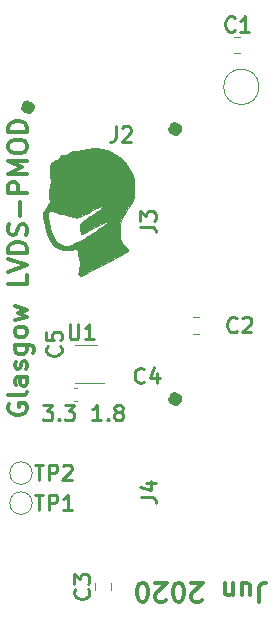
<source format=gbr>
G04 #@! TF.GenerationSoftware,KiCad,Pcbnew,5.1.6-c6e7f7d~86~ubuntu20.04.1*
G04 #@! TF.CreationDate,2020-06-28T08:51:03-07:00*
G04 #@! TF.ProjectId,glasgow-pmod,676c6173-676f-4772-9d70-6d6f642e6b69,rev?*
G04 #@! TF.SameCoordinates,PX90013c0PY44b6550*
G04 #@! TF.FileFunction,Legend,Top*
G04 #@! TF.FilePolarity,Positive*
%FSLAX46Y46*%
G04 Gerber Fmt 4.6, Leading zero omitted, Abs format (unit mm)*
G04 Created by KiCad (PCBNEW 5.1.6-c6e7f7d~86~ubuntu20.04.1) date 2020-06-28 08:51:03*
%MOMM*%
%LPD*%
G01*
G04 APERTURE LIST*
%ADD10C,0.250000*%
%ADD11C,0.300000*%
%ADD12C,0.120000*%
%ADD13C,0.010000*%
%ADD14C,1.000000*%
G04 APERTURE END LIST*
D10*
X8642857Y-34738095D02*
X7900000Y-34738095D01*
X8271428Y-34738095D02*
X8271428Y-33438095D01*
X8147619Y-33623809D01*
X8023809Y-33747619D01*
X7900000Y-33809523D01*
X9200000Y-34614285D02*
X9261904Y-34676190D01*
X9200000Y-34738095D01*
X9138095Y-34676190D01*
X9200000Y-34614285D01*
X9200000Y-34738095D01*
X10004761Y-33995238D02*
X9880952Y-33933333D01*
X9819047Y-33871428D01*
X9757142Y-33747619D01*
X9757142Y-33685714D01*
X9819047Y-33561904D01*
X9880952Y-33500000D01*
X10004761Y-33438095D01*
X10252380Y-33438095D01*
X10376190Y-33500000D01*
X10438095Y-33561904D01*
X10500000Y-33685714D01*
X10500000Y-33747619D01*
X10438095Y-33871428D01*
X10376190Y-33933333D01*
X10252380Y-33995238D01*
X10004761Y-33995238D01*
X9880952Y-34057142D01*
X9819047Y-34119047D01*
X9757142Y-34242857D01*
X9757142Y-34490476D01*
X9819047Y-34614285D01*
X9880952Y-34676190D01*
X10004761Y-34738095D01*
X10252380Y-34738095D01*
X10376190Y-34676190D01*
X10438095Y-34614285D01*
X10500000Y-34490476D01*
X10500000Y-34242857D01*
X10438095Y-34119047D01*
X10376190Y-34057142D01*
X10252380Y-33995238D01*
X3688095Y-33438095D02*
X4492857Y-33438095D01*
X4059523Y-33933333D01*
X4245238Y-33933333D01*
X4369047Y-33995238D01*
X4430952Y-34057142D01*
X4492857Y-34180952D01*
X4492857Y-34490476D01*
X4430952Y-34614285D01*
X4369047Y-34676190D01*
X4245238Y-34738095D01*
X3873809Y-34738095D01*
X3750000Y-34676190D01*
X3688095Y-34614285D01*
X5050000Y-34614285D02*
X5111904Y-34676190D01*
X5050000Y-34738095D01*
X4988095Y-34676190D01*
X5050000Y-34614285D01*
X5050000Y-34738095D01*
X5545238Y-33438095D02*
X6350000Y-33438095D01*
X5916666Y-33933333D01*
X6102380Y-33933333D01*
X6226190Y-33995238D01*
X6288095Y-34057142D01*
X6350000Y-34180952D01*
X6350000Y-34490476D01*
X6288095Y-34614285D01*
X6226190Y-34676190D01*
X6102380Y-34738095D01*
X5730952Y-34738095D01*
X5607142Y-34676190D01*
X5545238Y-34614285D01*
D11*
X21976190Y-50076190D02*
X21976190Y-48933333D01*
X22052380Y-48704761D01*
X22204761Y-48552380D01*
X22433333Y-48476190D01*
X22585714Y-48476190D01*
X20528571Y-49542857D02*
X20528571Y-48476190D01*
X21214285Y-49542857D02*
X21214285Y-48704761D01*
X21138095Y-48552380D01*
X20985714Y-48476190D01*
X20757142Y-48476190D01*
X20604761Y-48552380D01*
X20528571Y-48628571D01*
X19766666Y-49542857D02*
X19766666Y-48476190D01*
X19766666Y-49390476D02*
X19690476Y-49466666D01*
X19538095Y-49542857D01*
X19309523Y-49542857D01*
X19157142Y-49466666D01*
X19080952Y-49314285D01*
X19080952Y-48476190D01*
X17176190Y-49923809D02*
X17100000Y-50000000D01*
X16947619Y-50076190D01*
X16566666Y-50076190D01*
X16414285Y-50000000D01*
X16338095Y-49923809D01*
X16261904Y-49771428D01*
X16261904Y-49619047D01*
X16338095Y-49390476D01*
X17252380Y-48476190D01*
X16261904Y-48476190D01*
X15271428Y-50076190D02*
X15119047Y-50076190D01*
X14966666Y-50000000D01*
X14890476Y-49923809D01*
X14814285Y-49771428D01*
X14738095Y-49466666D01*
X14738095Y-49085714D01*
X14814285Y-48780952D01*
X14890476Y-48628571D01*
X14966666Y-48552380D01*
X15119047Y-48476190D01*
X15271428Y-48476190D01*
X15423809Y-48552380D01*
X15500000Y-48628571D01*
X15576190Y-48780952D01*
X15652380Y-49085714D01*
X15652380Y-49466666D01*
X15576190Y-49771428D01*
X15500000Y-49923809D01*
X15423809Y-50000000D01*
X15271428Y-50076190D01*
X14128571Y-49923809D02*
X14052380Y-50000000D01*
X13900000Y-50076190D01*
X13519047Y-50076190D01*
X13366666Y-50000000D01*
X13290476Y-49923809D01*
X13214285Y-49771428D01*
X13214285Y-49619047D01*
X13290476Y-49390476D01*
X14204761Y-48476190D01*
X13214285Y-48476190D01*
X12223809Y-50076190D02*
X12071428Y-50076190D01*
X11919047Y-50000000D01*
X11842857Y-49923809D01*
X11766666Y-49771428D01*
X11690476Y-49466666D01*
X11690476Y-49085714D01*
X11766666Y-48780952D01*
X11842857Y-48628571D01*
X11919047Y-48552380D01*
X12071428Y-48476190D01*
X12223809Y-48476190D01*
X12376190Y-48552380D01*
X12452380Y-48628571D01*
X12528571Y-48780952D01*
X12604761Y-49085714D01*
X12604761Y-49466666D01*
X12528571Y-49771428D01*
X12452380Y-49923809D01*
X12376190Y-50000000D01*
X12223809Y-50076190D01*
X850000Y-33354761D02*
X773809Y-33507142D01*
X773809Y-33735714D01*
X850000Y-33964285D01*
X1002380Y-34116666D01*
X1154761Y-34192857D01*
X1459523Y-34269047D01*
X1688095Y-34269047D01*
X1992857Y-34192857D01*
X2145238Y-34116666D01*
X2297619Y-33964285D01*
X2373809Y-33735714D01*
X2373809Y-33583333D01*
X2297619Y-33354761D01*
X2221428Y-33278571D01*
X1688095Y-33278571D01*
X1688095Y-33583333D01*
X2373809Y-32364285D02*
X2297619Y-32516666D01*
X2145238Y-32592857D01*
X773809Y-32592857D01*
X2373809Y-31069047D02*
X1535714Y-31069047D01*
X1383333Y-31145238D01*
X1307142Y-31297619D01*
X1307142Y-31602380D01*
X1383333Y-31754761D01*
X2297619Y-31069047D02*
X2373809Y-31221428D01*
X2373809Y-31602380D01*
X2297619Y-31754761D01*
X2145238Y-31830952D01*
X1992857Y-31830952D01*
X1840476Y-31754761D01*
X1764285Y-31602380D01*
X1764285Y-31221428D01*
X1688095Y-31069047D01*
X2297619Y-30383333D02*
X2373809Y-30230952D01*
X2373809Y-29926190D01*
X2297619Y-29773809D01*
X2145238Y-29697619D01*
X2069047Y-29697619D01*
X1916666Y-29773809D01*
X1840476Y-29926190D01*
X1840476Y-30154761D01*
X1764285Y-30307142D01*
X1611904Y-30383333D01*
X1535714Y-30383333D01*
X1383333Y-30307142D01*
X1307142Y-30154761D01*
X1307142Y-29926190D01*
X1383333Y-29773809D01*
X1307142Y-28326190D02*
X2602380Y-28326190D01*
X2754761Y-28402380D01*
X2830952Y-28478571D01*
X2907142Y-28630952D01*
X2907142Y-28859523D01*
X2830952Y-29011904D01*
X2297619Y-28326190D02*
X2373809Y-28478571D01*
X2373809Y-28783333D01*
X2297619Y-28935714D01*
X2221428Y-29011904D01*
X2069047Y-29088095D01*
X1611904Y-29088095D01*
X1459523Y-29011904D01*
X1383333Y-28935714D01*
X1307142Y-28783333D01*
X1307142Y-28478571D01*
X1383333Y-28326190D01*
X2373809Y-27335714D02*
X2297619Y-27488095D01*
X2221428Y-27564285D01*
X2069047Y-27640476D01*
X1611904Y-27640476D01*
X1459523Y-27564285D01*
X1383333Y-27488095D01*
X1307142Y-27335714D01*
X1307142Y-27107142D01*
X1383333Y-26954761D01*
X1459523Y-26878571D01*
X1611904Y-26802380D01*
X2069047Y-26802380D01*
X2221428Y-26878571D01*
X2297619Y-26954761D01*
X2373809Y-27107142D01*
X2373809Y-27335714D01*
X1307142Y-26269047D02*
X2373809Y-25964285D01*
X1611904Y-25659523D01*
X2373809Y-25354761D01*
X1307142Y-25050000D01*
X2373809Y-22459523D02*
X2373809Y-23221428D01*
X773809Y-23221428D01*
X773809Y-22154761D02*
X2373809Y-21621428D01*
X773809Y-21088095D01*
X2373809Y-20554761D02*
X773809Y-20554761D01*
X773809Y-20173809D01*
X850000Y-19945238D01*
X1002380Y-19792857D01*
X1154761Y-19716666D01*
X1459523Y-19640476D01*
X1688095Y-19640476D01*
X1992857Y-19716666D01*
X2145238Y-19792857D01*
X2297619Y-19945238D01*
X2373809Y-20173809D01*
X2373809Y-20554761D01*
X2297619Y-19030952D02*
X2373809Y-18802380D01*
X2373809Y-18421428D01*
X2297619Y-18269047D01*
X2221428Y-18192857D01*
X2069047Y-18116666D01*
X1916666Y-18116666D01*
X1764285Y-18192857D01*
X1688095Y-18269047D01*
X1611904Y-18421428D01*
X1535714Y-18726190D01*
X1459523Y-18878571D01*
X1383333Y-18954761D01*
X1230952Y-19030952D01*
X1078571Y-19030952D01*
X926190Y-18954761D01*
X850000Y-18878571D01*
X773809Y-18726190D01*
X773809Y-18345238D01*
X850000Y-18116666D01*
X1764285Y-17430952D02*
X1764285Y-16211904D01*
X2373809Y-15450000D02*
X773809Y-15450000D01*
X773809Y-14840476D01*
X850000Y-14688095D01*
X926190Y-14611904D01*
X1078571Y-14535714D01*
X1307142Y-14535714D01*
X1459523Y-14611904D01*
X1535714Y-14688095D01*
X1611904Y-14840476D01*
X1611904Y-15450000D01*
X2373809Y-13850000D02*
X773809Y-13850000D01*
X1916666Y-13316666D01*
X773809Y-12783333D01*
X2373809Y-12783333D01*
X773809Y-11716666D02*
X773809Y-11411904D01*
X850000Y-11259523D01*
X1002380Y-11107142D01*
X1307142Y-11030952D01*
X1840476Y-11030952D01*
X2145238Y-11107142D01*
X2297619Y-11259523D01*
X2373809Y-11411904D01*
X2373809Y-11716666D01*
X2297619Y-11869047D01*
X2145238Y-12021428D01*
X1840476Y-12097619D01*
X1307142Y-12097619D01*
X1002380Y-12021428D01*
X850000Y-11869047D01*
X773809Y-11716666D01*
X2373809Y-10345238D02*
X773809Y-10345238D01*
X773809Y-9964285D01*
X850000Y-9735714D01*
X1002380Y-9583333D01*
X1154761Y-9507142D01*
X1459523Y-9430952D01*
X1688095Y-9430952D01*
X1992857Y-9507142D01*
X2145238Y-9583333D01*
X2297619Y-9735714D01*
X2373809Y-9964285D01*
X2373809Y-10345238D01*
D12*
X6450000Y-31610000D02*
X8900000Y-31610000D01*
X8250000Y-28390000D02*
X6450000Y-28390000D01*
X6299721Y-33060000D02*
X6625279Y-33060000D01*
X6299721Y-32040000D02*
X6625279Y-32040000D01*
D13*
G36*
X8279168Y-11696557D02*
G01*
X8596274Y-11735792D01*
X9127873Y-11877867D01*
X9620647Y-12092503D01*
X10068964Y-12374436D01*
X10467195Y-12718400D01*
X10809710Y-13119129D01*
X11090878Y-13571359D01*
X11305070Y-14069823D01*
X11388560Y-14347280D01*
X11434528Y-14606233D01*
X11456480Y-14914017D01*
X11454437Y-15238278D01*
X11428416Y-15546662D01*
X11387764Y-15770896D01*
X11290798Y-16064749D01*
X11140480Y-16390003D01*
X10948535Y-16723898D01*
X10743697Y-17021223D01*
X10632487Y-17173505D01*
X10534419Y-17315707D01*
X10466289Y-17423233D01*
X10453906Y-17445618D01*
X10384162Y-17622697D01*
X10321065Y-17861267D01*
X10268769Y-18138188D01*
X10231425Y-18430319D01*
X10213186Y-18714520D01*
X10212062Y-18793334D01*
X10223377Y-19100003D01*
X10264011Y-19349086D01*
X10342925Y-19565178D01*
X10469079Y-19772876D01*
X10649805Y-19994942D01*
X10794499Y-20170299D01*
X10875897Y-20298573D01*
X10893751Y-20370373D01*
X10873942Y-20399364D01*
X10817844Y-20444654D01*
X10720661Y-20508972D01*
X10577595Y-20595047D01*
X10383848Y-20705610D01*
X10134623Y-20843390D01*
X9825122Y-21011117D01*
X9450548Y-21211520D01*
X9006102Y-21447330D01*
X8933500Y-21485719D01*
X8556538Y-21684139D01*
X8200321Y-21870047D01*
X7872192Y-22039721D01*
X7579492Y-22189439D01*
X7329564Y-22315480D01*
X7129749Y-22414121D01*
X6987391Y-22481641D01*
X6909831Y-22514317D01*
X6899384Y-22516833D01*
X6802977Y-22494965D01*
X6761800Y-22467867D01*
X6725275Y-22407721D01*
X6714287Y-22315345D01*
X6729323Y-22175440D01*
X6770873Y-21972706D01*
X6778652Y-21939210D01*
X6823782Y-21643498D01*
X6822006Y-21326859D01*
X6772208Y-20972764D01*
X6689731Y-20624250D01*
X6632931Y-20419624D01*
X6584561Y-20286468D01*
X6529266Y-20214997D01*
X6451691Y-20195423D01*
X6336483Y-20217960D01*
X6168287Y-20272821D01*
X6148748Y-20279442D01*
X5802834Y-20353966D01*
X5458611Y-20345306D01*
X5123443Y-20254754D01*
X4804691Y-20083604D01*
X4731308Y-20030570D01*
X4561498Y-19862117D01*
X4393604Y-19623680D01*
X4233232Y-19329862D01*
X4085986Y-18995266D01*
X3957470Y-18634494D01*
X3853291Y-18262148D01*
X3779052Y-17892833D01*
X3740359Y-17541149D01*
X3736470Y-17438667D01*
X3736651Y-17275941D01*
X3740518Y-17239227D01*
X4130346Y-17239227D01*
X4131316Y-17356479D01*
X4141924Y-17538772D01*
X4142030Y-17540403D01*
X4189972Y-17922117D01*
X4282949Y-18340862D01*
X4413585Y-18767175D01*
X4517313Y-19039492D01*
X4621904Y-19259404D01*
X4744875Y-19441751D01*
X4908981Y-19622724D01*
X5132335Y-19814407D01*
X5353259Y-19930799D01*
X5585807Y-19974458D01*
X5844032Y-19947942D01*
X6141987Y-19853806D01*
X6153615Y-19849196D01*
X6456578Y-19716761D01*
X6801392Y-19546700D01*
X7162453Y-19352556D01*
X7514158Y-19147873D01*
X7707879Y-19027027D01*
X7895505Y-18904237D01*
X8102349Y-18765144D01*
X8316884Y-18617927D01*
X8527585Y-18470765D01*
X8722926Y-18331836D01*
X8891382Y-18209320D01*
X9021426Y-18111394D01*
X9101533Y-18046239D01*
X9121931Y-18023603D01*
X9089225Y-17988915D01*
X9044524Y-17969481D01*
X8969362Y-17980203D01*
X8824975Y-18037537D01*
X8612486Y-18140980D01*
X8356607Y-18277101D01*
X8114280Y-18407269D01*
X7867367Y-18535665D01*
X7627590Y-18656642D01*
X7406669Y-18764557D01*
X7216325Y-18853763D01*
X7068279Y-18918618D01*
X6974251Y-18953474D01*
X6946121Y-18956421D01*
X6923191Y-18896610D01*
X6896809Y-18778419D01*
X6871187Y-18627786D01*
X6850538Y-18470652D01*
X6839073Y-18332954D01*
X6838000Y-18290629D01*
X6838460Y-18217942D01*
X6844976Y-18157041D01*
X6865254Y-18100776D01*
X6906999Y-18041994D01*
X6977917Y-17973544D01*
X7085714Y-17888275D01*
X7238094Y-17779035D01*
X7442763Y-17638673D01*
X7707426Y-17460037D01*
X7800366Y-17397449D01*
X8027786Y-17243287D01*
X8232086Y-17102922D01*
X8402539Y-16983878D01*
X8528416Y-16893679D01*
X8598987Y-16839849D01*
X8609446Y-16830035D01*
X8647463Y-16754022D01*
X8672526Y-16673825D01*
X8675758Y-16643514D01*
X8662672Y-16627818D01*
X8625174Y-16630040D01*
X8555169Y-16653483D01*
X8444562Y-16701451D01*
X8285260Y-16777247D01*
X8069167Y-16884173D01*
X7788188Y-17025534D01*
X7694114Y-17073086D01*
X7343675Y-17248111D01*
X7062631Y-17383420D01*
X6846650Y-17480927D01*
X6691399Y-17542543D01*
X6592548Y-17570183D01*
X6564483Y-17571991D01*
X6420468Y-17552117D01*
X6214766Y-17511049D01*
X5966292Y-17453519D01*
X5693957Y-17384262D01*
X5416674Y-17308009D01*
X5153358Y-17229495D01*
X5006170Y-17182010D01*
X4762601Y-17102665D01*
X4583440Y-17051207D01*
X4453813Y-17025814D01*
X4358846Y-17024664D01*
X4283664Y-17045935D01*
X4216920Y-17085319D01*
X4169982Y-17122886D01*
X4142179Y-17167775D01*
X4130346Y-17239227D01*
X3740518Y-17239227D01*
X3749973Y-17149470D01*
X3785061Y-17037410D01*
X3850541Y-16917918D01*
X3955039Y-16769153D01*
X4050801Y-16642719D01*
X4175330Y-16471925D01*
X4250104Y-16340847D01*
X4282481Y-16226696D01*
X4279818Y-16106685D01*
X4258982Y-15997950D01*
X4216743Y-15687143D01*
X4219942Y-15349697D01*
X4266598Y-15023799D01*
X4319201Y-14836503D01*
X4372922Y-14673882D01*
X4397413Y-14560501D01*
X4396056Y-14467466D01*
X4373678Y-14370836D01*
X4354415Y-14262670D01*
X4338223Y-14092765D01*
X4326756Y-13884041D01*
X4321670Y-13659415D01*
X4321620Y-13649834D01*
X4322240Y-13414830D01*
X4327805Y-13247930D01*
X4340198Y-13132629D01*
X4361303Y-13052417D01*
X4393004Y-12990790D01*
X4397630Y-12983829D01*
X4544797Y-12833228D01*
X4744138Y-12721155D01*
X4901250Y-12675010D01*
X5014140Y-12638599D01*
X5059738Y-12587871D01*
X5060000Y-12583532D01*
X5088075Y-12516217D01*
X5158014Y-12424831D01*
X5183744Y-12397744D01*
X5292304Y-12311575D01*
X5412174Y-12277420D01*
X5491417Y-12274000D01*
X5694147Y-12239539D01*
X5835685Y-12165047D01*
X6061710Y-12027366D01*
X6267495Y-11943573D01*
X6487369Y-11902823D01*
X6693790Y-11893930D01*
X7001456Y-11873862D01*
X7263698Y-11812407D01*
X7286456Y-11804570D01*
X7581710Y-11730238D01*
X7922838Y-11693696D01*
X8279168Y-11696557D01*
G37*
X8279168Y-11696557D02*
X8596274Y-11735792D01*
X9127873Y-11877867D01*
X9620647Y-12092503D01*
X10068964Y-12374436D01*
X10467195Y-12718400D01*
X10809710Y-13119129D01*
X11090878Y-13571359D01*
X11305070Y-14069823D01*
X11388560Y-14347280D01*
X11434528Y-14606233D01*
X11456480Y-14914017D01*
X11454437Y-15238278D01*
X11428416Y-15546662D01*
X11387764Y-15770896D01*
X11290798Y-16064749D01*
X11140480Y-16390003D01*
X10948535Y-16723898D01*
X10743697Y-17021223D01*
X10632487Y-17173505D01*
X10534419Y-17315707D01*
X10466289Y-17423233D01*
X10453906Y-17445618D01*
X10384162Y-17622697D01*
X10321065Y-17861267D01*
X10268769Y-18138188D01*
X10231425Y-18430319D01*
X10213186Y-18714520D01*
X10212062Y-18793334D01*
X10223377Y-19100003D01*
X10264011Y-19349086D01*
X10342925Y-19565178D01*
X10469079Y-19772876D01*
X10649805Y-19994942D01*
X10794499Y-20170299D01*
X10875897Y-20298573D01*
X10893751Y-20370373D01*
X10873942Y-20399364D01*
X10817844Y-20444654D01*
X10720661Y-20508972D01*
X10577595Y-20595047D01*
X10383848Y-20705610D01*
X10134623Y-20843390D01*
X9825122Y-21011117D01*
X9450548Y-21211520D01*
X9006102Y-21447330D01*
X8933500Y-21485719D01*
X8556538Y-21684139D01*
X8200321Y-21870047D01*
X7872192Y-22039721D01*
X7579492Y-22189439D01*
X7329564Y-22315480D01*
X7129749Y-22414121D01*
X6987391Y-22481641D01*
X6909831Y-22514317D01*
X6899384Y-22516833D01*
X6802977Y-22494965D01*
X6761800Y-22467867D01*
X6725275Y-22407721D01*
X6714287Y-22315345D01*
X6729323Y-22175440D01*
X6770873Y-21972706D01*
X6778652Y-21939210D01*
X6823782Y-21643498D01*
X6822006Y-21326859D01*
X6772208Y-20972764D01*
X6689731Y-20624250D01*
X6632931Y-20419624D01*
X6584561Y-20286468D01*
X6529266Y-20214997D01*
X6451691Y-20195423D01*
X6336483Y-20217960D01*
X6168287Y-20272821D01*
X6148748Y-20279442D01*
X5802834Y-20353966D01*
X5458611Y-20345306D01*
X5123443Y-20254754D01*
X4804691Y-20083604D01*
X4731308Y-20030570D01*
X4561498Y-19862117D01*
X4393604Y-19623680D01*
X4233232Y-19329862D01*
X4085986Y-18995266D01*
X3957470Y-18634494D01*
X3853291Y-18262148D01*
X3779052Y-17892833D01*
X3740359Y-17541149D01*
X3736470Y-17438667D01*
X3736651Y-17275941D01*
X3740518Y-17239227D01*
X4130346Y-17239227D01*
X4131316Y-17356479D01*
X4141924Y-17538772D01*
X4142030Y-17540403D01*
X4189972Y-17922117D01*
X4282949Y-18340862D01*
X4413585Y-18767175D01*
X4517313Y-19039492D01*
X4621904Y-19259404D01*
X4744875Y-19441751D01*
X4908981Y-19622724D01*
X5132335Y-19814407D01*
X5353259Y-19930799D01*
X5585807Y-19974458D01*
X5844032Y-19947942D01*
X6141987Y-19853806D01*
X6153615Y-19849196D01*
X6456578Y-19716761D01*
X6801392Y-19546700D01*
X7162453Y-19352556D01*
X7514158Y-19147873D01*
X7707879Y-19027027D01*
X7895505Y-18904237D01*
X8102349Y-18765144D01*
X8316884Y-18617927D01*
X8527585Y-18470765D01*
X8722926Y-18331836D01*
X8891382Y-18209320D01*
X9021426Y-18111394D01*
X9101533Y-18046239D01*
X9121931Y-18023603D01*
X9089225Y-17988915D01*
X9044524Y-17969481D01*
X8969362Y-17980203D01*
X8824975Y-18037537D01*
X8612486Y-18140980D01*
X8356607Y-18277101D01*
X8114280Y-18407269D01*
X7867367Y-18535665D01*
X7627590Y-18656642D01*
X7406669Y-18764557D01*
X7216325Y-18853763D01*
X7068279Y-18918618D01*
X6974251Y-18953474D01*
X6946121Y-18956421D01*
X6923191Y-18896610D01*
X6896809Y-18778419D01*
X6871187Y-18627786D01*
X6850538Y-18470652D01*
X6839073Y-18332954D01*
X6838000Y-18290629D01*
X6838460Y-18217942D01*
X6844976Y-18157041D01*
X6865254Y-18100776D01*
X6906999Y-18041994D01*
X6977917Y-17973544D01*
X7085714Y-17888275D01*
X7238094Y-17779035D01*
X7442763Y-17638673D01*
X7707426Y-17460037D01*
X7800366Y-17397449D01*
X8027786Y-17243287D01*
X8232086Y-17102922D01*
X8402539Y-16983878D01*
X8528416Y-16893679D01*
X8598987Y-16839849D01*
X8609446Y-16830035D01*
X8647463Y-16754022D01*
X8672526Y-16673825D01*
X8675758Y-16643514D01*
X8662672Y-16627818D01*
X8625174Y-16630040D01*
X8555169Y-16653483D01*
X8444562Y-16701451D01*
X8285260Y-16777247D01*
X8069167Y-16884173D01*
X7788188Y-17025534D01*
X7694114Y-17073086D01*
X7343675Y-17248111D01*
X7062631Y-17383420D01*
X6846650Y-17480927D01*
X6691399Y-17542543D01*
X6592548Y-17570183D01*
X6564483Y-17571991D01*
X6420468Y-17552117D01*
X6214766Y-17511049D01*
X5966292Y-17453519D01*
X5693957Y-17384262D01*
X5416674Y-17308009D01*
X5153358Y-17229495D01*
X5006170Y-17182010D01*
X4762601Y-17102665D01*
X4583440Y-17051207D01*
X4453813Y-17025814D01*
X4358846Y-17024664D01*
X4283664Y-17045935D01*
X4216920Y-17085319D01*
X4169982Y-17122886D01*
X4142179Y-17167775D01*
X4130346Y-17239227D01*
X3740518Y-17239227D01*
X3749973Y-17149470D01*
X3785061Y-17037410D01*
X3850541Y-16917918D01*
X3955039Y-16769153D01*
X4050801Y-16642719D01*
X4175330Y-16471925D01*
X4250104Y-16340847D01*
X4282481Y-16226696D01*
X4279818Y-16106685D01*
X4258982Y-15997950D01*
X4216743Y-15687143D01*
X4219942Y-15349697D01*
X4266598Y-15023799D01*
X4319201Y-14836503D01*
X4372922Y-14673882D01*
X4397413Y-14560501D01*
X4396056Y-14467466D01*
X4373678Y-14370836D01*
X4354415Y-14262670D01*
X4338223Y-14092765D01*
X4326756Y-13884041D01*
X4321670Y-13659415D01*
X4321620Y-13649834D01*
X4322240Y-13414830D01*
X4327805Y-13247930D01*
X4340198Y-13132629D01*
X4361303Y-13052417D01*
X4393004Y-12990790D01*
X4397630Y-12983829D01*
X4544797Y-12833228D01*
X4744138Y-12721155D01*
X4901250Y-12675010D01*
X5014140Y-12638599D01*
X5059738Y-12587871D01*
X5060000Y-12583532D01*
X5088075Y-12516217D01*
X5158014Y-12424831D01*
X5183744Y-12397744D01*
X5292304Y-12311575D01*
X5412174Y-12277420D01*
X5491417Y-12274000D01*
X5694147Y-12239539D01*
X5835685Y-12165047D01*
X6061710Y-12027366D01*
X6267495Y-11943573D01*
X6487369Y-11902823D01*
X6693790Y-11893930D01*
X7001456Y-11873862D01*
X7263698Y-11812407D01*
X7286456Y-11804570D01*
X7581710Y-11730238D01*
X7922838Y-11693696D01*
X8279168Y-11696557D01*
D12*
X22000000Y-6500000D02*
G75*
G03*
X22000000Y-6500000I-1500000J0D01*
G01*
X2794500Y-39202000D02*
G75*
G03*
X2794500Y-39202000I-950000J0D01*
G01*
X2794500Y-41742000D02*
G75*
G03*
X2794500Y-41742000I-950000J0D01*
G01*
D14*
X15000000Y-32930000D02*
G75*
G03*
X15000000Y-32930000I-100000J0D01*
G01*
X15000000Y-10070000D02*
G75*
G03*
X15000000Y-10070000I-100000J0D01*
G01*
X2530000Y-8240000D02*
G75*
G03*
X2530000Y-8240000I-100000J0D01*
G01*
D12*
X8090000Y-49061252D02*
X8090000Y-48538748D01*
X9510000Y-49061252D02*
X9510000Y-48538748D01*
X16378748Y-27403000D02*
X16901252Y-27403000D01*
X16378748Y-25983000D02*
X16901252Y-25983000D01*
X19888748Y-3660000D02*
X20411252Y-3660000D01*
X19888748Y-2240000D02*
X20411252Y-2240000D01*
D10*
X5959523Y-26588095D02*
X5959523Y-27640476D01*
X6021428Y-27764285D01*
X6083333Y-27826190D01*
X6207142Y-27888095D01*
X6454761Y-27888095D01*
X6578571Y-27826190D01*
X6640476Y-27764285D01*
X6702380Y-27640476D01*
X6702380Y-26588095D01*
X8002380Y-27888095D02*
X7259523Y-27888095D01*
X7630952Y-27888095D02*
X7630952Y-26588095D01*
X7507142Y-26773809D01*
X7383333Y-26897619D01*
X7259523Y-26959523D01*
X5164285Y-28466666D02*
X5226190Y-28528571D01*
X5288095Y-28714285D01*
X5288095Y-28838095D01*
X5226190Y-29023809D01*
X5102380Y-29147619D01*
X4978571Y-29209523D01*
X4730952Y-29271428D01*
X4545238Y-29271428D01*
X4297619Y-29209523D01*
X4173809Y-29147619D01*
X4050000Y-29023809D01*
X3988095Y-28838095D01*
X3988095Y-28714285D01*
X4050000Y-28528571D01*
X4111904Y-28466666D01*
X3988095Y-27290476D02*
X3988095Y-27909523D01*
X4607142Y-27971428D01*
X4545238Y-27909523D01*
X4483333Y-27785714D01*
X4483333Y-27476190D01*
X4545238Y-27352380D01*
X4607142Y-27290476D01*
X4730952Y-27228571D01*
X5040476Y-27228571D01*
X5164285Y-27290476D01*
X5226190Y-27352380D01*
X5288095Y-27476190D01*
X5288095Y-27785714D01*
X5226190Y-27909523D01*
X5164285Y-27971428D01*
X12283333Y-31464285D02*
X12221428Y-31526190D01*
X12035714Y-31588095D01*
X11911904Y-31588095D01*
X11726190Y-31526190D01*
X11602380Y-31402380D01*
X11540476Y-31278571D01*
X11478571Y-31030952D01*
X11478571Y-30845238D01*
X11540476Y-30597619D01*
X11602380Y-30473809D01*
X11726190Y-30350000D01*
X11911904Y-30288095D01*
X12035714Y-30288095D01*
X12221428Y-30350000D01*
X12283333Y-30411904D01*
X13397619Y-30721428D02*
X13397619Y-31588095D01*
X13088095Y-30226190D02*
X12778571Y-31154761D01*
X13583333Y-31154761D01*
X3009523Y-38488095D02*
X3752380Y-38488095D01*
X3380952Y-39788095D02*
X3380952Y-38488095D01*
X4185714Y-39788095D02*
X4185714Y-38488095D01*
X4680952Y-38488095D01*
X4804761Y-38550000D01*
X4866666Y-38611904D01*
X4928571Y-38735714D01*
X4928571Y-38921428D01*
X4866666Y-39045238D01*
X4804761Y-39107142D01*
X4680952Y-39169047D01*
X4185714Y-39169047D01*
X5423809Y-38611904D02*
X5485714Y-38550000D01*
X5609523Y-38488095D01*
X5919047Y-38488095D01*
X6042857Y-38550000D01*
X6104761Y-38611904D01*
X6166666Y-38735714D01*
X6166666Y-38859523D01*
X6104761Y-39045238D01*
X5361904Y-39788095D01*
X6166666Y-39788095D01*
X3009523Y-41038095D02*
X3752380Y-41038095D01*
X3380952Y-42338095D02*
X3380952Y-41038095D01*
X4185714Y-42338095D02*
X4185714Y-41038095D01*
X4680952Y-41038095D01*
X4804761Y-41100000D01*
X4866666Y-41161904D01*
X4928571Y-41285714D01*
X4928571Y-41471428D01*
X4866666Y-41595238D01*
X4804761Y-41657142D01*
X4680952Y-41719047D01*
X4185714Y-41719047D01*
X6166666Y-42338095D02*
X5423809Y-42338095D01*
X5795238Y-42338095D02*
X5795238Y-41038095D01*
X5671428Y-41223809D01*
X5547619Y-41347619D01*
X5423809Y-41409523D01*
X11988095Y-41233333D02*
X12916666Y-41233333D01*
X13102380Y-41295238D01*
X13226190Y-41419047D01*
X13288095Y-41604761D01*
X13288095Y-41728571D01*
X12421428Y-40057142D02*
X13288095Y-40057142D01*
X11926190Y-40366666D02*
X12854761Y-40676190D01*
X12854761Y-39871428D01*
X11938095Y-18333333D02*
X12866666Y-18333333D01*
X13052380Y-18395238D01*
X13176190Y-18519047D01*
X13238095Y-18704761D01*
X13238095Y-18828571D01*
X11938095Y-17838095D02*
X11938095Y-17033333D01*
X12433333Y-17466666D01*
X12433333Y-17280952D01*
X12495238Y-17157142D01*
X12557142Y-17095238D01*
X12680952Y-17033333D01*
X12990476Y-17033333D01*
X13114285Y-17095238D01*
X13176190Y-17157142D01*
X13238095Y-17280952D01*
X13238095Y-17652380D01*
X13176190Y-17776190D01*
X13114285Y-17838095D01*
X9866666Y-9838095D02*
X9866666Y-10766666D01*
X9804761Y-10952380D01*
X9680952Y-11076190D01*
X9495238Y-11138095D01*
X9371428Y-11138095D01*
X10423809Y-9961904D02*
X10485714Y-9900000D01*
X10609523Y-9838095D01*
X10919047Y-9838095D01*
X11042857Y-9900000D01*
X11104761Y-9961904D01*
X11166666Y-10085714D01*
X11166666Y-10209523D01*
X11104761Y-10395238D01*
X10361904Y-11138095D01*
X11166666Y-11138095D01*
X7514285Y-49016666D02*
X7576190Y-49078571D01*
X7638095Y-49264285D01*
X7638095Y-49388095D01*
X7576190Y-49573809D01*
X7452380Y-49697619D01*
X7328571Y-49759523D01*
X7080952Y-49821428D01*
X6895238Y-49821428D01*
X6647619Y-49759523D01*
X6523809Y-49697619D01*
X6400000Y-49573809D01*
X6338095Y-49388095D01*
X6338095Y-49264285D01*
X6400000Y-49078571D01*
X6461904Y-49016666D01*
X6338095Y-48583333D02*
X6338095Y-47778571D01*
X6833333Y-48211904D01*
X6833333Y-48026190D01*
X6895238Y-47902380D01*
X6957142Y-47840476D01*
X7080952Y-47778571D01*
X7390476Y-47778571D01*
X7514285Y-47840476D01*
X7576190Y-47902380D01*
X7638095Y-48026190D01*
X7638095Y-48397619D01*
X7576190Y-48521428D01*
X7514285Y-48583333D01*
X20106333Y-27157285D02*
X20044428Y-27219190D01*
X19858714Y-27281095D01*
X19734904Y-27281095D01*
X19549190Y-27219190D01*
X19425380Y-27095380D01*
X19363476Y-26971571D01*
X19301571Y-26723952D01*
X19301571Y-26538238D01*
X19363476Y-26290619D01*
X19425380Y-26166809D01*
X19549190Y-26043000D01*
X19734904Y-25981095D01*
X19858714Y-25981095D01*
X20044428Y-26043000D01*
X20106333Y-26104904D01*
X20601571Y-26104904D02*
X20663476Y-26043000D01*
X20787285Y-25981095D01*
X21096809Y-25981095D01*
X21220619Y-26043000D01*
X21282523Y-26104904D01*
X21344428Y-26228714D01*
X21344428Y-26352523D01*
X21282523Y-26538238D01*
X20539666Y-27281095D01*
X21344428Y-27281095D01*
X19933333Y-1714285D02*
X19871428Y-1776190D01*
X19685714Y-1838095D01*
X19561904Y-1838095D01*
X19376190Y-1776190D01*
X19252380Y-1652380D01*
X19190476Y-1528571D01*
X19128571Y-1280952D01*
X19128571Y-1095238D01*
X19190476Y-847619D01*
X19252380Y-723809D01*
X19376190Y-600000D01*
X19561904Y-538095D01*
X19685714Y-538095D01*
X19871428Y-600000D01*
X19933333Y-661904D01*
X21171428Y-1838095D02*
X20428571Y-1838095D01*
X20800000Y-1838095D02*
X20800000Y-538095D01*
X20676190Y-723809D01*
X20552380Y-847619D01*
X20428571Y-909523D01*
M02*

</source>
